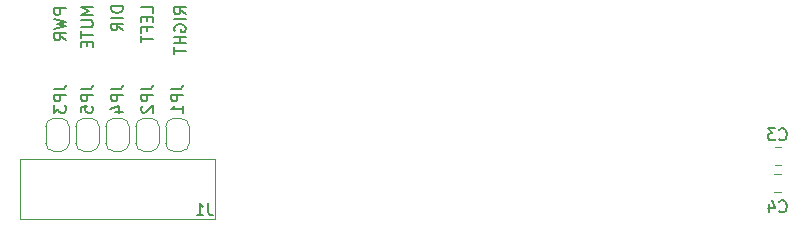
<source format=gbo>
G04 #@! TF.GenerationSoftware,KiCad,Pcbnew,5.1.9+dfsg1-1*
G04 #@! TF.CreationDate,2022-11-10T15:58:18+09:00*
G04 #@! TF.ProjectId,adapter-board,61646170-7465-4722-9d62-6f6172642e6b,rev?*
G04 #@! TF.SameCoordinates,Original*
G04 #@! TF.FileFunction,Legend,Bot*
G04 #@! TF.FilePolarity,Positive*
%FSLAX46Y46*%
G04 Gerber Fmt 4.6, Leading zero omitted, Abs format (unit mm)*
G04 Created by KiCad (PCBNEW 5.1.9+dfsg1-1) date 2022-11-10 15:58:18*
%MOMM*%
%LPD*%
G01*
G04 APERTURE LIST*
%ADD10C,0.150000*%
%ADD11C,0.120000*%
%ADD12C,5.600000*%
%ADD13C,1.524000*%
%ADD14R,1.700000X1.700000*%
%ADD15O,1.700000X1.700000*%
%ADD16C,0.100000*%
%ADD17O,1.700000X2.000000*%
%ADD18O,1.700000X1.950000*%
%ADD19C,1.000000*%
G04 APERTURE END LIST*
D10*
X106116380Y-72326666D02*
X105640190Y-71993333D01*
X106116380Y-71755238D02*
X105116380Y-71755238D01*
X105116380Y-72136190D01*
X105164000Y-72231428D01*
X105211619Y-72279047D01*
X105306857Y-72326666D01*
X105449714Y-72326666D01*
X105544952Y-72279047D01*
X105592571Y-72231428D01*
X105640190Y-72136190D01*
X105640190Y-71755238D01*
X106116380Y-72755238D02*
X105116380Y-72755238D01*
X105164000Y-73755238D02*
X105116380Y-73660000D01*
X105116380Y-73517142D01*
X105164000Y-73374285D01*
X105259238Y-73279047D01*
X105354476Y-73231428D01*
X105544952Y-73183809D01*
X105687809Y-73183809D01*
X105878285Y-73231428D01*
X105973523Y-73279047D01*
X106068761Y-73374285D01*
X106116380Y-73517142D01*
X106116380Y-73612380D01*
X106068761Y-73755238D01*
X106021142Y-73802857D01*
X105687809Y-73802857D01*
X105687809Y-73612380D01*
X106116380Y-74231428D02*
X105116380Y-74231428D01*
X105592571Y-74231428D02*
X105592571Y-74802857D01*
X106116380Y-74802857D02*
X105116380Y-74802857D01*
X105116380Y-75136190D02*
X105116380Y-75707619D01*
X106116380Y-75421904D02*
X105116380Y-75421904D01*
X103322380Y-72199619D02*
X103322380Y-71723428D01*
X102322380Y-71723428D01*
X102798571Y-72532952D02*
X102798571Y-72866285D01*
X103322380Y-73009142D02*
X103322380Y-72532952D01*
X102322380Y-72532952D01*
X102322380Y-73009142D01*
X102798571Y-73771047D02*
X102798571Y-73437714D01*
X103322380Y-73437714D02*
X102322380Y-73437714D01*
X102322380Y-73913904D01*
X102322380Y-74152000D02*
X102322380Y-74723428D01*
X103322380Y-74437714D02*
X102322380Y-74437714D01*
X100782380Y-71644000D02*
X99782380Y-71644000D01*
X99782380Y-71882095D01*
X99830000Y-72024952D01*
X99925238Y-72120190D01*
X100020476Y-72167809D01*
X100210952Y-72215428D01*
X100353809Y-72215428D01*
X100544285Y-72167809D01*
X100639523Y-72120190D01*
X100734761Y-72024952D01*
X100782380Y-71882095D01*
X100782380Y-71644000D01*
X100782380Y-72644000D02*
X99782380Y-72644000D01*
X100782380Y-73691619D02*
X100306190Y-73358285D01*
X100782380Y-73120190D02*
X99782380Y-73120190D01*
X99782380Y-73501142D01*
X99830000Y-73596380D01*
X99877619Y-73644000D01*
X99972857Y-73691619D01*
X100115714Y-73691619D01*
X100210952Y-73644000D01*
X100258571Y-73596380D01*
X100306190Y-73501142D01*
X100306190Y-73120190D01*
X98242380Y-71715523D02*
X97242380Y-71715523D01*
X97956666Y-72048857D01*
X97242380Y-72382190D01*
X98242380Y-72382190D01*
X97242380Y-72858380D02*
X98051904Y-72858380D01*
X98147142Y-72906000D01*
X98194761Y-72953619D01*
X98242380Y-73048857D01*
X98242380Y-73239333D01*
X98194761Y-73334571D01*
X98147142Y-73382190D01*
X98051904Y-73429809D01*
X97242380Y-73429809D01*
X97242380Y-73763142D02*
X97242380Y-74334571D01*
X98242380Y-74048857D02*
X97242380Y-74048857D01*
X97718571Y-74667904D02*
X97718571Y-75001238D01*
X98242380Y-75144095D02*
X98242380Y-74667904D01*
X97242380Y-74667904D01*
X97242380Y-75144095D01*
X95956380Y-71818666D02*
X94956380Y-71818666D01*
X94956380Y-72199619D01*
X95004000Y-72294857D01*
X95051619Y-72342476D01*
X95146857Y-72390095D01*
X95289714Y-72390095D01*
X95384952Y-72342476D01*
X95432571Y-72294857D01*
X95480190Y-72199619D01*
X95480190Y-71818666D01*
X94956380Y-72723428D02*
X95956380Y-72961523D01*
X95242095Y-73152000D01*
X95956380Y-73342476D01*
X94956380Y-73580571D01*
X95956380Y-74532952D02*
X95480190Y-74199619D01*
X95956380Y-73961523D02*
X94956380Y-73961523D01*
X94956380Y-74342476D01*
X95004000Y-74437714D01*
X95051619Y-74485333D01*
X95146857Y-74532952D01*
X95289714Y-74532952D01*
X95384952Y-74485333D01*
X95432571Y-74437714D01*
X95480190Y-74342476D01*
X95480190Y-73961523D01*
D11*
X108585000Y-89662000D02*
X108585000Y-84582000D01*
X92075000Y-89662000D02*
X108585000Y-89662000D01*
X92075000Y-84582000D02*
X92075000Y-89662000D01*
X108585000Y-84582000D02*
X92075000Y-84582000D01*
X104410000Y-81850000D02*
X104410000Y-83250000D01*
X105110000Y-83950000D02*
X105710000Y-83950000D01*
X106410000Y-83250000D02*
X106410000Y-81850000D01*
X105710000Y-81150000D02*
X105110000Y-81150000D01*
X104410000Y-83250000D02*
G75*
G03*
X105110000Y-83950000I700000J0D01*
G01*
X105710000Y-83950000D02*
G75*
G03*
X106410000Y-83250000I0J700000D01*
G01*
X106410000Y-81850000D02*
G75*
G03*
X105710000Y-81150000I-700000J0D01*
G01*
X105110000Y-81150000D02*
G75*
G03*
X104410000Y-81850000I0J-700000D01*
G01*
X103170000Y-81135000D02*
X102570000Y-81135000D01*
X103870000Y-83235000D02*
X103870000Y-81835000D01*
X102570000Y-83935000D02*
X103170000Y-83935000D01*
X101870000Y-81835000D02*
X101870000Y-83235000D01*
X102570000Y-81135000D02*
G75*
G03*
X101870000Y-81835000I0J-700000D01*
G01*
X103870000Y-81835000D02*
G75*
G03*
X103170000Y-81135000I-700000J0D01*
G01*
X103170000Y-83935000D02*
G75*
G03*
X103870000Y-83235000I0J700000D01*
G01*
X101870000Y-83235000D02*
G75*
G03*
X102570000Y-83935000I700000J0D01*
G01*
X94250000Y-81835000D02*
X94250000Y-83235000D01*
X94950000Y-83935000D02*
X95550000Y-83935000D01*
X96250000Y-83235000D02*
X96250000Y-81835000D01*
X95550000Y-81135000D02*
X94950000Y-81135000D01*
X94250000Y-83235000D02*
G75*
G03*
X94950000Y-83935000I700000J0D01*
G01*
X95550000Y-83935000D02*
G75*
G03*
X96250000Y-83235000I0J700000D01*
G01*
X96250000Y-81835000D02*
G75*
G03*
X95550000Y-81135000I-700000J0D01*
G01*
X94950000Y-81135000D02*
G75*
G03*
X94250000Y-81835000I0J-700000D01*
G01*
X100630000Y-81135000D02*
X100030000Y-81135000D01*
X101330000Y-83235000D02*
X101330000Y-81835000D01*
X100030000Y-83935000D02*
X100630000Y-83935000D01*
X99330000Y-81835000D02*
X99330000Y-83235000D01*
X100030000Y-81135000D02*
G75*
G03*
X99330000Y-81835000I0J-700000D01*
G01*
X101330000Y-81835000D02*
G75*
G03*
X100630000Y-81135000I-700000J0D01*
G01*
X100630000Y-83935000D02*
G75*
G03*
X101330000Y-83235000I0J700000D01*
G01*
X99330000Y-83235000D02*
G75*
G03*
X100030000Y-83935000I700000J0D01*
G01*
X98790000Y-83235000D02*
X98790000Y-81835000D01*
X98090000Y-81135000D02*
X97490000Y-81135000D01*
X96790000Y-81835000D02*
X96790000Y-83235000D01*
X97490000Y-83935000D02*
X98090000Y-83935000D01*
X98790000Y-81835000D02*
G75*
G03*
X98090000Y-81135000I-700000J0D01*
G01*
X97490000Y-81135000D02*
G75*
G03*
X96790000Y-81835000I0J-700000D01*
G01*
X96790000Y-83235000D02*
G75*
G03*
X97490000Y-83935000I700000J0D01*
G01*
X98090000Y-83935000D02*
G75*
G03*
X98790000Y-83235000I0J700000D01*
G01*
X155970248Y-85063000D02*
X156492752Y-85063000D01*
X155970248Y-83593000D02*
X156492752Y-83593000D01*
X155948748Y-85879000D02*
X156471252Y-85879000D01*
X155948748Y-87349000D02*
X156471252Y-87349000D01*
D10*
X108029333Y-88352380D02*
X108029333Y-89066666D01*
X108076952Y-89209523D01*
X108172190Y-89304761D01*
X108315047Y-89352380D01*
X108410285Y-89352380D01*
X107029333Y-89352380D02*
X107600761Y-89352380D01*
X107315047Y-89352380D02*
X107315047Y-88352380D01*
X107410285Y-88495238D01*
X107505523Y-88590476D01*
X107600761Y-88638095D01*
X104862380Y-78668666D02*
X105576666Y-78668666D01*
X105719523Y-78621047D01*
X105814761Y-78525809D01*
X105862380Y-78382952D01*
X105862380Y-78287714D01*
X105862380Y-79144857D02*
X104862380Y-79144857D01*
X104862380Y-79525809D01*
X104910000Y-79621047D01*
X104957619Y-79668666D01*
X105052857Y-79716285D01*
X105195714Y-79716285D01*
X105290952Y-79668666D01*
X105338571Y-79621047D01*
X105386190Y-79525809D01*
X105386190Y-79144857D01*
X105862380Y-80668666D02*
X105862380Y-80097238D01*
X105862380Y-80382952D02*
X104862380Y-80382952D01*
X105005238Y-80287714D01*
X105100476Y-80192476D01*
X105148095Y-80097238D01*
X102322380Y-78668666D02*
X103036666Y-78668666D01*
X103179523Y-78621047D01*
X103274761Y-78525809D01*
X103322380Y-78382952D01*
X103322380Y-78287714D01*
X103322380Y-79144857D02*
X102322380Y-79144857D01*
X102322380Y-79525809D01*
X102370000Y-79621047D01*
X102417619Y-79668666D01*
X102512857Y-79716285D01*
X102655714Y-79716285D01*
X102750952Y-79668666D01*
X102798571Y-79621047D01*
X102846190Y-79525809D01*
X102846190Y-79144857D01*
X102417619Y-80097238D02*
X102370000Y-80144857D01*
X102322380Y-80240095D01*
X102322380Y-80478190D01*
X102370000Y-80573428D01*
X102417619Y-80621047D01*
X102512857Y-80668666D01*
X102608095Y-80668666D01*
X102750952Y-80621047D01*
X103322380Y-80049619D01*
X103322380Y-80668666D01*
X94956380Y-78668666D02*
X95670666Y-78668666D01*
X95813523Y-78621047D01*
X95908761Y-78525809D01*
X95956380Y-78382952D01*
X95956380Y-78287714D01*
X95956380Y-79144857D02*
X94956380Y-79144857D01*
X94956380Y-79525809D01*
X95004000Y-79621047D01*
X95051619Y-79668666D01*
X95146857Y-79716285D01*
X95289714Y-79716285D01*
X95384952Y-79668666D01*
X95432571Y-79621047D01*
X95480190Y-79525809D01*
X95480190Y-79144857D01*
X94956380Y-80049619D02*
X94956380Y-80668666D01*
X95337333Y-80335333D01*
X95337333Y-80478190D01*
X95384952Y-80573428D01*
X95432571Y-80621047D01*
X95527809Y-80668666D01*
X95765904Y-80668666D01*
X95861142Y-80621047D01*
X95908761Y-80573428D01*
X95956380Y-80478190D01*
X95956380Y-80192476D01*
X95908761Y-80097238D01*
X95861142Y-80049619D01*
X99782380Y-78668666D02*
X100496666Y-78668666D01*
X100639523Y-78621047D01*
X100734761Y-78525809D01*
X100782380Y-78382952D01*
X100782380Y-78287714D01*
X100782380Y-79144857D02*
X99782380Y-79144857D01*
X99782380Y-79525809D01*
X99830000Y-79621047D01*
X99877619Y-79668666D01*
X99972857Y-79716285D01*
X100115714Y-79716285D01*
X100210952Y-79668666D01*
X100258571Y-79621047D01*
X100306190Y-79525809D01*
X100306190Y-79144857D01*
X100115714Y-80573428D02*
X100782380Y-80573428D01*
X99734761Y-80335333D02*
X100449047Y-80097238D01*
X100449047Y-80716285D01*
X97242380Y-78668666D02*
X97956666Y-78668666D01*
X98099523Y-78621047D01*
X98194761Y-78525809D01*
X98242380Y-78382952D01*
X98242380Y-78287714D01*
X98242380Y-79144857D02*
X97242380Y-79144857D01*
X97242380Y-79525809D01*
X97290000Y-79621047D01*
X97337619Y-79668666D01*
X97432857Y-79716285D01*
X97575714Y-79716285D01*
X97670952Y-79668666D01*
X97718571Y-79621047D01*
X97766190Y-79525809D01*
X97766190Y-79144857D01*
X97242380Y-80621047D02*
X97242380Y-80144857D01*
X97718571Y-80097238D01*
X97670952Y-80144857D01*
X97623333Y-80240095D01*
X97623333Y-80478190D01*
X97670952Y-80573428D01*
X97718571Y-80621047D01*
X97813809Y-80668666D01*
X98051904Y-80668666D01*
X98147142Y-80621047D01*
X98194761Y-80573428D01*
X98242380Y-80478190D01*
X98242380Y-80240095D01*
X98194761Y-80144857D01*
X98147142Y-80097238D01*
X156376666Y-82907142D02*
X156424285Y-82954761D01*
X156567142Y-83002380D01*
X156662380Y-83002380D01*
X156805238Y-82954761D01*
X156900476Y-82859523D01*
X156948095Y-82764285D01*
X156995714Y-82573809D01*
X156995714Y-82430952D01*
X156948095Y-82240476D01*
X156900476Y-82145238D01*
X156805238Y-82050000D01*
X156662380Y-82002380D01*
X156567142Y-82002380D01*
X156424285Y-82050000D01*
X156376666Y-82097619D01*
X156043333Y-82002380D02*
X155424285Y-82002380D01*
X155757619Y-82383333D01*
X155614761Y-82383333D01*
X155519523Y-82430952D01*
X155471904Y-82478571D01*
X155424285Y-82573809D01*
X155424285Y-82811904D01*
X155471904Y-82907142D01*
X155519523Y-82954761D01*
X155614761Y-83002380D01*
X155900476Y-83002380D01*
X155995714Y-82954761D01*
X156043333Y-82907142D01*
X156376666Y-89003142D02*
X156424285Y-89050761D01*
X156567142Y-89098380D01*
X156662380Y-89098380D01*
X156805238Y-89050761D01*
X156900476Y-88955523D01*
X156948095Y-88860285D01*
X156995714Y-88669809D01*
X156995714Y-88526952D01*
X156948095Y-88336476D01*
X156900476Y-88241238D01*
X156805238Y-88146000D01*
X156662380Y-88098380D01*
X156567142Y-88098380D01*
X156424285Y-88146000D01*
X156376666Y-88193619D01*
X155519523Y-88431714D02*
X155519523Y-89098380D01*
X155757619Y-88050761D02*
X155995714Y-88765047D01*
X155376666Y-88765047D01*
%LPC*%
D12*
X113792000Y-83820000D03*
X87122000Y-83820000D03*
D13*
X107315000Y-85852000D03*
X104775000Y-85852000D03*
X102235000Y-85852000D03*
X99695000Y-85852000D03*
X97155000Y-85852000D03*
X94615000Y-85852000D03*
X106045000Y-88392000D03*
X103505000Y-88392000D03*
X100965000Y-88392000D03*
X98425000Y-88392000D03*
X95885000Y-88392000D03*
X93345000Y-88392000D03*
D14*
X121920000Y-68199000D03*
D15*
X121920000Y-70739000D03*
X121920000Y-73279000D03*
X121920000Y-75819000D03*
X121920000Y-78359000D03*
X121920000Y-80899000D03*
X121920000Y-83439000D03*
X121920000Y-85979000D03*
X121920000Y-88519000D03*
X121920000Y-91059000D03*
D14*
X149860000Y-73152000D03*
D15*
X149860000Y-75692000D03*
X149860000Y-78232000D03*
X149860000Y-80772000D03*
X149860000Y-83312000D03*
X149860000Y-85852000D03*
X149860000Y-88392000D03*
X149860000Y-90932000D03*
X144780000Y-68199000D03*
X144780000Y-70739000D03*
X144780000Y-73279000D03*
X144780000Y-75819000D03*
X144780000Y-78359000D03*
X144780000Y-80899000D03*
X144780000Y-83439000D03*
X144780000Y-85979000D03*
X144780000Y-88519000D03*
D14*
X144780000Y-91059000D03*
D15*
X162560000Y-73152000D03*
X162560000Y-75692000D03*
X162560000Y-78232000D03*
X162560000Y-80772000D03*
X162560000Y-83312000D03*
X162560000Y-85852000D03*
X162560000Y-88392000D03*
D14*
X162560000Y-90932000D03*
D16*
G36*
X104660000Y-82400000D02*
G01*
X104660000Y-81900000D01*
X104660602Y-81900000D01*
X104660602Y-81875466D01*
X104665412Y-81826635D01*
X104674984Y-81778510D01*
X104689228Y-81731555D01*
X104708005Y-81686222D01*
X104731136Y-81642949D01*
X104758396Y-81602150D01*
X104789524Y-81564221D01*
X104824221Y-81529524D01*
X104862150Y-81498396D01*
X104902949Y-81471136D01*
X104946222Y-81448005D01*
X104991555Y-81429228D01*
X105038510Y-81414984D01*
X105086635Y-81405412D01*
X105135466Y-81400602D01*
X105160000Y-81400602D01*
X105160000Y-81400000D01*
X105660000Y-81400000D01*
X105660000Y-81400602D01*
X105684534Y-81400602D01*
X105733365Y-81405412D01*
X105781490Y-81414984D01*
X105828445Y-81429228D01*
X105873778Y-81448005D01*
X105917051Y-81471136D01*
X105957850Y-81498396D01*
X105995779Y-81529524D01*
X106030476Y-81564221D01*
X106061604Y-81602150D01*
X106088864Y-81642949D01*
X106111995Y-81686222D01*
X106130772Y-81731555D01*
X106145016Y-81778510D01*
X106154588Y-81826635D01*
X106159398Y-81875466D01*
X106159398Y-81900000D01*
X106160000Y-81900000D01*
X106160000Y-82400000D01*
X104660000Y-82400000D01*
G37*
G36*
X106159398Y-83200000D02*
G01*
X106159398Y-83224534D01*
X106154588Y-83273365D01*
X106145016Y-83321490D01*
X106130772Y-83368445D01*
X106111995Y-83413778D01*
X106088864Y-83457051D01*
X106061604Y-83497850D01*
X106030476Y-83535779D01*
X105995779Y-83570476D01*
X105957850Y-83601604D01*
X105917051Y-83628864D01*
X105873778Y-83651995D01*
X105828445Y-83670772D01*
X105781490Y-83685016D01*
X105733365Y-83694588D01*
X105684534Y-83699398D01*
X105660000Y-83699398D01*
X105660000Y-83700000D01*
X105160000Y-83700000D01*
X105160000Y-83699398D01*
X105135466Y-83699398D01*
X105086635Y-83694588D01*
X105038510Y-83685016D01*
X104991555Y-83670772D01*
X104946222Y-83651995D01*
X104902949Y-83628864D01*
X104862150Y-83601604D01*
X104824221Y-83570476D01*
X104789524Y-83535779D01*
X104758396Y-83497850D01*
X104731136Y-83457051D01*
X104708005Y-83413778D01*
X104689228Y-83368445D01*
X104674984Y-83321490D01*
X104665412Y-83273365D01*
X104660602Y-83224534D01*
X104660602Y-83200000D01*
X104660000Y-83200000D01*
X104660000Y-82700000D01*
X106160000Y-82700000D01*
X106160000Y-83200000D01*
X106159398Y-83200000D01*
G37*
G36*
X103619398Y-83185000D02*
G01*
X103619398Y-83209534D01*
X103614588Y-83258365D01*
X103605016Y-83306490D01*
X103590772Y-83353445D01*
X103571995Y-83398778D01*
X103548864Y-83442051D01*
X103521604Y-83482850D01*
X103490476Y-83520779D01*
X103455779Y-83555476D01*
X103417850Y-83586604D01*
X103377051Y-83613864D01*
X103333778Y-83636995D01*
X103288445Y-83655772D01*
X103241490Y-83670016D01*
X103193365Y-83679588D01*
X103144534Y-83684398D01*
X103120000Y-83684398D01*
X103120000Y-83685000D01*
X102620000Y-83685000D01*
X102620000Y-83684398D01*
X102595466Y-83684398D01*
X102546635Y-83679588D01*
X102498510Y-83670016D01*
X102451555Y-83655772D01*
X102406222Y-83636995D01*
X102362949Y-83613864D01*
X102322150Y-83586604D01*
X102284221Y-83555476D01*
X102249524Y-83520779D01*
X102218396Y-83482850D01*
X102191136Y-83442051D01*
X102168005Y-83398778D01*
X102149228Y-83353445D01*
X102134984Y-83306490D01*
X102125412Y-83258365D01*
X102120602Y-83209534D01*
X102120602Y-83185000D01*
X102120000Y-83185000D01*
X102120000Y-82685000D01*
X103620000Y-82685000D01*
X103620000Y-83185000D01*
X103619398Y-83185000D01*
G37*
G36*
X102120000Y-82385000D02*
G01*
X102120000Y-81885000D01*
X102120602Y-81885000D01*
X102120602Y-81860466D01*
X102125412Y-81811635D01*
X102134984Y-81763510D01*
X102149228Y-81716555D01*
X102168005Y-81671222D01*
X102191136Y-81627949D01*
X102218396Y-81587150D01*
X102249524Y-81549221D01*
X102284221Y-81514524D01*
X102322150Y-81483396D01*
X102362949Y-81456136D01*
X102406222Y-81433005D01*
X102451555Y-81414228D01*
X102498510Y-81399984D01*
X102546635Y-81390412D01*
X102595466Y-81385602D01*
X102620000Y-81385602D01*
X102620000Y-81385000D01*
X103120000Y-81385000D01*
X103120000Y-81385602D01*
X103144534Y-81385602D01*
X103193365Y-81390412D01*
X103241490Y-81399984D01*
X103288445Y-81414228D01*
X103333778Y-81433005D01*
X103377051Y-81456136D01*
X103417850Y-81483396D01*
X103455779Y-81514524D01*
X103490476Y-81549221D01*
X103521604Y-81587150D01*
X103548864Y-81627949D01*
X103571995Y-81671222D01*
X103590772Y-81716555D01*
X103605016Y-81763510D01*
X103614588Y-81811635D01*
X103619398Y-81860466D01*
X103619398Y-81885000D01*
X103620000Y-81885000D01*
X103620000Y-82385000D01*
X102120000Y-82385000D01*
G37*
G36*
X94500000Y-82385000D02*
G01*
X94500000Y-81885000D01*
X94500602Y-81885000D01*
X94500602Y-81860466D01*
X94505412Y-81811635D01*
X94514984Y-81763510D01*
X94529228Y-81716555D01*
X94548005Y-81671222D01*
X94571136Y-81627949D01*
X94598396Y-81587150D01*
X94629524Y-81549221D01*
X94664221Y-81514524D01*
X94702150Y-81483396D01*
X94742949Y-81456136D01*
X94786222Y-81433005D01*
X94831555Y-81414228D01*
X94878510Y-81399984D01*
X94926635Y-81390412D01*
X94975466Y-81385602D01*
X95000000Y-81385602D01*
X95000000Y-81385000D01*
X95500000Y-81385000D01*
X95500000Y-81385602D01*
X95524534Y-81385602D01*
X95573365Y-81390412D01*
X95621490Y-81399984D01*
X95668445Y-81414228D01*
X95713778Y-81433005D01*
X95757051Y-81456136D01*
X95797850Y-81483396D01*
X95835779Y-81514524D01*
X95870476Y-81549221D01*
X95901604Y-81587150D01*
X95928864Y-81627949D01*
X95951995Y-81671222D01*
X95970772Y-81716555D01*
X95985016Y-81763510D01*
X95994588Y-81811635D01*
X95999398Y-81860466D01*
X95999398Y-81885000D01*
X96000000Y-81885000D01*
X96000000Y-82385000D01*
X94500000Y-82385000D01*
G37*
G36*
X95999398Y-83185000D02*
G01*
X95999398Y-83209534D01*
X95994588Y-83258365D01*
X95985016Y-83306490D01*
X95970772Y-83353445D01*
X95951995Y-83398778D01*
X95928864Y-83442051D01*
X95901604Y-83482850D01*
X95870476Y-83520779D01*
X95835779Y-83555476D01*
X95797850Y-83586604D01*
X95757051Y-83613864D01*
X95713778Y-83636995D01*
X95668445Y-83655772D01*
X95621490Y-83670016D01*
X95573365Y-83679588D01*
X95524534Y-83684398D01*
X95500000Y-83684398D01*
X95500000Y-83685000D01*
X95000000Y-83685000D01*
X95000000Y-83684398D01*
X94975466Y-83684398D01*
X94926635Y-83679588D01*
X94878510Y-83670016D01*
X94831555Y-83655772D01*
X94786222Y-83636995D01*
X94742949Y-83613864D01*
X94702150Y-83586604D01*
X94664221Y-83555476D01*
X94629524Y-83520779D01*
X94598396Y-83482850D01*
X94571136Y-83442051D01*
X94548005Y-83398778D01*
X94529228Y-83353445D01*
X94514984Y-83306490D01*
X94505412Y-83258365D01*
X94500602Y-83209534D01*
X94500602Y-83185000D01*
X94500000Y-83185000D01*
X94500000Y-82685000D01*
X96000000Y-82685000D01*
X96000000Y-83185000D01*
X95999398Y-83185000D01*
G37*
G36*
X101079398Y-83185000D02*
G01*
X101079398Y-83209534D01*
X101074588Y-83258365D01*
X101065016Y-83306490D01*
X101050772Y-83353445D01*
X101031995Y-83398778D01*
X101008864Y-83442051D01*
X100981604Y-83482850D01*
X100950476Y-83520779D01*
X100915779Y-83555476D01*
X100877850Y-83586604D01*
X100837051Y-83613864D01*
X100793778Y-83636995D01*
X100748445Y-83655772D01*
X100701490Y-83670016D01*
X100653365Y-83679588D01*
X100604534Y-83684398D01*
X100580000Y-83684398D01*
X100580000Y-83685000D01*
X100080000Y-83685000D01*
X100080000Y-83684398D01*
X100055466Y-83684398D01*
X100006635Y-83679588D01*
X99958510Y-83670016D01*
X99911555Y-83655772D01*
X99866222Y-83636995D01*
X99822949Y-83613864D01*
X99782150Y-83586604D01*
X99744221Y-83555476D01*
X99709524Y-83520779D01*
X99678396Y-83482850D01*
X99651136Y-83442051D01*
X99628005Y-83398778D01*
X99609228Y-83353445D01*
X99594984Y-83306490D01*
X99585412Y-83258365D01*
X99580602Y-83209534D01*
X99580602Y-83185000D01*
X99580000Y-83185000D01*
X99580000Y-82685000D01*
X101080000Y-82685000D01*
X101080000Y-83185000D01*
X101079398Y-83185000D01*
G37*
G36*
X99580000Y-82385000D02*
G01*
X99580000Y-81885000D01*
X99580602Y-81885000D01*
X99580602Y-81860466D01*
X99585412Y-81811635D01*
X99594984Y-81763510D01*
X99609228Y-81716555D01*
X99628005Y-81671222D01*
X99651136Y-81627949D01*
X99678396Y-81587150D01*
X99709524Y-81549221D01*
X99744221Y-81514524D01*
X99782150Y-81483396D01*
X99822949Y-81456136D01*
X99866222Y-81433005D01*
X99911555Y-81414228D01*
X99958510Y-81399984D01*
X100006635Y-81390412D01*
X100055466Y-81385602D01*
X100080000Y-81385602D01*
X100080000Y-81385000D01*
X100580000Y-81385000D01*
X100580000Y-81385602D01*
X100604534Y-81385602D01*
X100653365Y-81390412D01*
X100701490Y-81399984D01*
X100748445Y-81414228D01*
X100793778Y-81433005D01*
X100837051Y-81456136D01*
X100877850Y-81483396D01*
X100915779Y-81514524D01*
X100950476Y-81549221D01*
X100981604Y-81587150D01*
X101008864Y-81627949D01*
X101031995Y-81671222D01*
X101050772Y-81716555D01*
X101065016Y-81763510D01*
X101074588Y-81811635D01*
X101079398Y-81860466D01*
X101079398Y-81885000D01*
X101080000Y-81885000D01*
X101080000Y-82385000D01*
X99580000Y-82385000D01*
G37*
G36*
X98540000Y-82685000D02*
G01*
X98540000Y-83185000D01*
X98539398Y-83185000D01*
X98539398Y-83209534D01*
X98534588Y-83258365D01*
X98525016Y-83306490D01*
X98510772Y-83353445D01*
X98491995Y-83398778D01*
X98468864Y-83442051D01*
X98441604Y-83482850D01*
X98410476Y-83520779D01*
X98375779Y-83555476D01*
X98337850Y-83586604D01*
X98297051Y-83613864D01*
X98253778Y-83636995D01*
X98208445Y-83655772D01*
X98161490Y-83670016D01*
X98113365Y-83679588D01*
X98064534Y-83684398D01*
X98040000Y-83684398D01*
X98040000Y-83685000D01*
X97540000Y-83685000D01*
X97540000Y-83684398D01*
X97515466Y-83684398D01*
X97466635Y-83679588D01*
X97418510Y-83670016D01*
X97371555Y-83655772D01*
X97326222Y-83636995D01*
X97282949Y-83613864D01*
X97242150Y-83586604D01*
X97204221Y-83555476D01*
X97169524Y-83520779D01*
X97138396Y-83482850D01*
X97111136Y-83442051D01*
X97088005Y-83398778D01*
X97069228Y-83353445D01*
X97054984Y-83306490D01*
X97045412Y-83258365D01*
X97040602Y-83209534D01*
X97040602Y-83185000D01*
X97040000Y-83185000D01*
X97040000Y-82685000D01*
X98540000Y-82685000D01*
G37*
G36*
X97040602Y-81885000D02*
G01*
X97040602Y-81860466D01*
X97045412Y-81811635D01*
X97054984Y-81763510D01*
X97069228Y-81716555D01*
X97088005Y-81671222D01*
X97111136Y-81627949D01*
X97138396Y-81587150D01*
X97169524Y-81549221D01*
X97204221Y-81514524D01*
X97242150Y-81483396D01*
X97282949Y-81456136D01*
X97326222Y-81433005D01*
X97371555Y-81414228D01*
X97418510Y-81399984D01*
X97466635Y-81390412D01*
X97515466Y-81385602D01*
X97540000Y-81385602D01*
X97540000Y-81385000D01*
X98040000Y-81385000D01*
X98040000Y-81385602D01*
X98064534Y-81385602D01*
X98113365Y-81390412D01*
X98161490Y-81399984D01*
X98208445Y-81414228D01*
X98253778Y-81433005D01*
X98297051Y-81456136D01*
X98337850Y-81483396D01*
X98375779Y-81514524D01*
X98410476Y-81549221D01*
X98441604Y-81587150D01*
X98468864Y-81627949D01*
X98491995Y-81671222D01*
X98510772Y-81716555D01*
X98525016Y-81763510D01*
X98534588Y-81811635D01*
X98539398Y-81860466D01*
X98539398Y-81885000D01*
X98540000Y-81885000D01*
X98540000Y-82385000D01*
X97040000Y-82385000D01*
X97040000Y-81885000D01*
X97040602Y-81885000D01*
G37*
G36*
G01*
X98132000Y-76339000D02*
X98132000Y-77839000D01*
G75*
G02*
X97882000Y-78089000I-250000J0D01*
G01*
X96682000Y-78089000D01*
G75*
G02*
X96432000Y-77839000I0J250000D01*
G01*
X96432000Y-76339000D01*
G75*
G02*
X96682000Y-76089000I250000J0D01*
G01*
X97882000Y-76089000D01*
G75*
G02*
X98132000Y-76339000I0J-250000D01*
G01*
G37*
D17*
X94782000Y-77089000D03*
G36*
G01*
X114482000Y-76364000D02*
X114482000Y-77814000D01*
G75*
G02*
X114232000Y-78064000I-250000J0D01*
G01*
X113032000Y-78064000D01*
G75*
G02*
X112782000Y-77814000I0J250000D01*
G01*
X112782000Y-76364000D01*
G75*
G02*
X113032000Y-76114000I250000J0D01*
G01*
X114232000Y-76114000D01*
G75*
G02*
X114482000Y-76364000I0J-250000D01*
G01*
G37*
D18*
X111132000Y-77089000D03*
X108632000Y-77089000D03*
X106132000Y-77089000D03*
X103632000Y-77089000D03*
D19*
X152146000Y-69850000D03*
X152146000Y-67950000D03*
G36*
G01*
X154606500Y-84803000D02*
X154606500Y-83853000D01*
G75*
G02*
X154856500Y-83603000I250000J0D01*
G01*
X155531500Y-83603000D01*
G75*
G02*
X155781500Y-83853000I0J-250000D01*
G01*
X155781500Y-84803000D01*
G75*
G02*
X155531500Y-85053000I-250000J0D01*
G01*
X154856500Y-85053000D01*
G75*
G02*
X154606500Y-84803000I0J250000D01*
G01*
G37*
G36*
G01*
X156681500Y-84803000D02*
X156681500Y-83853000D01*
G75*
G02*
X156931500Y-83603000I250000J0D01*
G01*
X157606500Y-83603000D01*
G75*
G02*
X157856500Y-83853000I0J-250000D01*
G01*
X157856500Y-84803000D01*
G75*
G02*
X157606500Y-85053000I-250000J0D01*
G01*
X156931500Y-85053000D01*
G75*
G02*
X156681500Y-84803000I0J250000D01*
G01*
G37*
G36*
G01*
X156660000Y-87089000D02*
X156660000Y-86139000D01*
G75*
G02*
X156910000Y-85889000I250000J0D01*
G01*
X157585000Y-85889000D01*
G75*
G02*
X157835000Y-86139000I0J-250000D01*
G01*
X157835000Y-87089000D01*
G75*
G02*
X157585000Y-87339000I-250000J0D01*
G01*
X156910000Y-87339000D01*
G75*
G02*
X156660000Y-87089000I0J250000D01*
G01*
G37*
G36*
G01*
X154585000Y-87089000D02*
X154585000Y-86139000D01*
G75*
G02*
X154835000Y-85889000I250000J0D01*
G01*
X155510000Y-85889000D01*
G75*
G02*
X155760000Y-86139000I0J-250000D01*
G01*
X155760000Y-87089000D01*
G75*
G02*
X155510000Y-87339000I-250000J0D01*
G01*
X154835000Y-87339000D01*
G75*
G02*
X154585000Y-87089000I0J250000D01*
G01*
G37*
D14*
X159512000Y-75692000D03*
D15*
X159512000Y-73152000D03*
D14*
X159766000Y-90932000D03*
D15*
X157226000Y-90932000D03*
X154686000Y-90932000D03*
D14*
X134620000Y-90170000D03*
D15*
X132080000Y-90170000D03*
M02*

</source>
